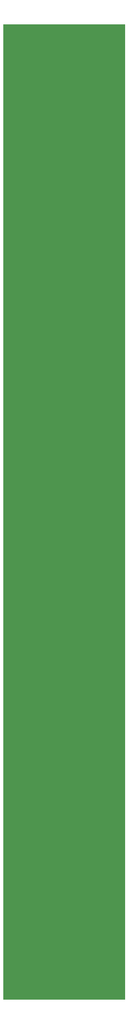
<source format=gbr>
%TF.GenerationSoftware,KiCad,Pcbnew,(5.1.9)-1*%
%TF.CreationDate,2021-09-28T19:48:16+01:00*%
%TF.ProjectId,PassiveModule,50617373-6976-4654-9d6f-64756c652e6b,rev?*%
%TF.SameCoordinates,Original*%
%TF.FileFunction,Soldermask,Top*%
%TF.FilePolarity,Negative*%
%FSLAX46Y46*%
G04 Gerber Fmt 4.6, Leading zero omitted, Abs format (unit mm)*
G04 Created by KiCad (PCBNEW (5.1.9)-1) date 2021-09-28 19:48:16*
%MOMM*%
%LPD*%
G01*
G04 APERTURE LIST*
%ADD10C,0.100000*%
%ADD11C,14.000000*%
%ADD12O,6.800000X4.000000*%
G04 APERTURE END LIST*
D10*
G36*
X25000000Y-200000000D02*
G01*
X0Y-200000000D01*
X0Y0D01*
X25000000Y0D01*
X25000000Y-200000000D01*
G37*
X25000000Y-200000000D02*
X0Y-200000000D01*
X0Y0D01*
X25000000Y0D01*
X25000000Y-200000000D01*
D11*
%TO.C,H3*%
X12500000Y-22500000D03*
%TD*%
%TO.C,H4*%
X12500000Y-177500000D03*
%TD*%
%TO.C,H2*%
X12500000Y-111071428D03*
%TD*%
%TO.C,H7*%
X12500000Y-44642857D03*
%TD*%
%TO.C,H6*%
X12500000Y-155357142D03*
%TD*%
%TO.C,H5*%
X12500000Y-88928571D03*
%TD*%
D12*
%TO.C,H12*%
X4400000Y-3000000D03*
%TD*%
%TO.C,H11*%
X21000000Y-3000000D03*
%TD*%
%TO.C,H10*%
X4000000Y-197000000D03*
%TD*%
%TO.C,H9*%
X21000000Y-197000000D03*
%TD*%
D11*
%TO.C,H8*%
X12500000Y-133214285D03*
%TD*%
%TO.C,H1*%
X12500000Y-66785714D03*
%TD*%
M02*

</source>
